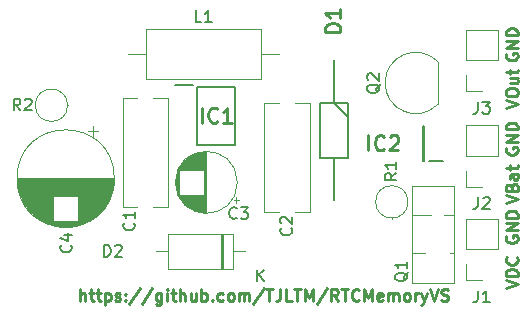
<source format=gbr>
%TF.GenerationSoftware,KiCad,Pcbnew,(6.0.0)*%
%TF.CreationDate,2022-02-20T12:24:34-08:00*%
%TF.ProjectId,RTCMemoryVoltageSourceAndBattery,5254434d-656d-46f7-9279-566f6c746167,rev?*%
%TF.SameCoordinates,Original*%
%TF.FileFunction,Legend,Top*%
%TF.FilePolarity,Positive*%
%FSLAX46Y46*%
G04 Gerber Fmt 4.6, Leading zero omitted, Abs format (unit mm)*
G04 Created by KiCad (PCBNEW (6.0.0)) date 2022-02-20 12:24:34*
%MOMM*%
%LPD*%
G01*
G04 APERTURE LIST*
%ADD10C,0.254000*%
%ADD11C,0.150000*%
%ADD12C,0.120000*%
%ADD13C,0.200000*%
G04 APERTURE END LIST*
D10*
X107699335Y-100950822D02*
X107699335Y-99934822D01*
X108134764Y-100950822D02*
X108134764Y-100418631D01*
X108086383Y-100321869D01*
X107989621Y-100273488D01*
X107844478Y-100273488D01*
X107747716Y-100321869D01*
X107699335Y-100370250D01*
X108473431Y-100273488D02*
X108860478Y-100273488D01*
X108618573Y-99934822D02*
X108618573Y-100805679D01*
X108666954Y-100902441D01*
X108763716Y-100950822D01*
X108860478Y-100950822D01*
X109054002Y-100273488D02*
X109441050Y-100273488D01*
X109199145Y-99934822D02*
X109199145Y-100805679D01*
X109247526Y-100902441D01*
X109344288Y-100950822D01*
X109441050Y-100950822D01*
X109779716Y-100273488D02*
X109779716Y-101289488D01*
X109779716Y-100321869D02*
X109876478Y-100273488D01*
X110070002Y-100273488D01*
X110166764Y-100321869D01*
X110215145Y-100370250D01*
X110263526Y-100467012D01*
X110263526Y-100757298D01*
X110215145Y-100854060D01*
X110166764Y-100902441D01*
X110070002Y-100950822D01*
X109876478Y-100950822D01*
X109779716Y-100902441D01*
X110650573Y-100902441D02*
X110747335Y-100950822D01*
X110940859Y-100950822D01*
X111037621Y-100902441D01*
X111086002Y-100805679D01*
X111086002Y-100757298D01*
X111037621Y-100660536D01*
X110940859Y-100612155D01*
X110795716Y-100612155D01*
X110698954Y-100563774D01*
X110650573Y-100467012D01*
X110650573Y-100418631D01*
X110698954Y-100321869D01*
X110795716Y-100273488D01*
X110940859Y-100273488D01*
X111037621Y-100321869D01*
X111521431Y-100854060D02*
X111569812Y-100902441D01*
X111521431Y-100950822D01*
X111473050Y-100902441D01*
X111521431Y-100854060D01*
X111521431Y-100950822D01*
X111521431Y-100321869D02*
X111569812Y-100370250D01*
X111521431Y-100418631D01*
X111473050Y-100370250D01*
X111521431Y-100321869D01*
X111521431Y-100418631D01*
X112730954Y-99886441D02*
X111860097Y-101192726D01*
X113795335Y-99886441D02*
X112924478Y-101192726D01*
X114569431Y-100273488D02*
X114569431Y-101095964D01*
X114521050Y-101192726D01*
X114472669Y-101241107D01*
X114375907Y-101289488D01*
X114230764Y-101289488D01*
X114134002Y-101241107D01*
X114569431Y-100902441D02*
X114472669Y-100950822D01*
X114279145Y-100950822D01*
X114182383Y-100902441D01*
X114134002Y-100854060D01*
X114085621Y-100757298D01*
X114085621Y-100467012D01*
X114134002Y-100370250D01*
X114182383Y-100321869D01*
X114279145Y-100273488D01*
X114472669Y-100273488D01*
X114569431Y-100321869D01*
X115053240Y-100950822D02*
X115053240Y-100273488D01*
X115053240Y-99934822D02*
X115004859Y-99983203D01*
X115053240Y-100031583D01*
X115101621Y-99983203D01*
X115053240Y-99934822D01*
X115053240Y-100031583D01*
X115391907Y-100273488D02*
X115778954Y-100273488D01*
X115537050Y-99934822D02*
X115537050Y-100805679D01*
X115585431Y-100902441D01*
X115682192Y-100950822D01*
X115778954Y-100950822D01*
X116117621Y-100950822D02*
X116117621Y-99934822D01*
X116553050Y-100950822D02*
X116553050Y-100418631D01*
X116504669Y-100321869D01*
X116407907Y-100273488D01*
X116262764Y-100273488D01*
X116166002Y-100321869D01*
X116117621Y-100370250D01*
X117472288Y-100273488D02*
X117472288Y-100950822D01*
X117036859Y-100273488D02*
X117036859Y-100805679D01*
X117085240Y-100902441D01*
X117182002Y-100950822D01*
X117327145Y-100950822D01*
X117423907Y-100902441D01*
X117472288Y-100854060D01*
X117956097Y-100950822D02*
X117956097Y-99934822D01*
X117956097Y-100321869D02*
X118052859Y-100273488D01*
X118246383Y-100273488D01*
X118343145Y-100321869D01*
X118391526Y-100370250D01*
X118439907Y-100467012D01*
X118439907Y-100757298D01*
X118391526Y-100854060D01*
X118343145Y-100902441D01*
X118246383Y-100950822D01*
X118052859Y-100950822D01*
X117956097Y-100902441D01*
X118875335Y-100854060D02*
X118923716Y-100902441D01*
X118875335Y-100950822D01*
X118826954Y-100902441D01*
X118875335Y-100854060D01*
X118875335Y-100950822D01*
X119794573Y-100902441D02*
X119697812Y-100950822D01*
X119504288Y-100950822D01*
X119407526Y-100902441D01*
X119359145Y-100854060D01*
X119310764Y-100757298D01*
X119310764Y-100467012D01*
X119359145Y-100370250D01*
X119407526Y-100321869D01*
X119504288Y-100273488D01*
X119697812Y-100273488D01*
X119794573Y-100321869D01*
X120375145Y-100950822D02*
X120278383Y-100902441D01*
X120230002Y-100854060D01*
X120181621Y-100757298D01*
X120181621Y-100467012D01*
X120230002Y-100370250D01*
X120278383Y-100321869D01*
X120375145Y-100273488D01*
X120520288Y-100273488D01*
X120617050Y-100321869D01*
X120665431Y-100370250D01*
X120713812Y-100467012D01*
X120713812Y-100757298D01*
X120665431Y-100854060D01*
X120617050Y-100902441D01*
X120520288Y-100950822D01*
X120375145Y-100950822D01*
X121149240Y-100950822D02*
X121149240Y-100273488D01*
X121149240Y-100370250D02*
X121197621Y-100321869D01*
X121294383Y-100273488D01*
X121439526Y-100273488D01*
X121536288Y-100321869D01*
X121584669Y-100418631D01*
X121584669Y-100950822D01*
X121584669Y-100418631D02*
X121633050Y-100321869D01*
X121729812Y-100273488D01*
X121874954Y-100273488D01*
X121971716Y-100321869D01*
X122020097Y-100418631D01*
X122020097Y-100950822D01*
X123229621Y-99886441D02*
X122358764Y-101192726D01*
X123423145Y-99934822D02*
X124003716Y-99934822D01*
X123713431Y-100950822D02*
X123713431Y-99934822D01*
X124632669Y-99934822D02*
X124632669Y-100660536D01*
X124584288Y-100805679D01*
X124487526Y-100902441D01*
X124342383Y-100950822D01*
X124245621Y-100950822D01*
X125600288Y-100950822D02*
X125116478Y-100950822D01*
X125116478Y-99934822D01*
X125793812Y-99934822D02*
X126374383Y-99934822D01*
X126084097Y-100950822D02*
X126084097Y-99934822D01*
X126713050Y-100950822D02*
X126713050Y-99934822D01*
X127051716Y-100660536D01*
X127390383Y-99934822D01*
X127390383Y-100950822D01*
X128599907Y-99886441D02*
X127729050Y-101192726D01*
X129519145Y-100950822D02*
X129180478Y-100467012D01*
X128938573Y-100950822D02*
X128938573Y-99934822D01*
X129325621Y-99934822D01*
X129422383Y-99983203D01*
X129470764Y-100031583D01*
X129519145Y-100128345D01*
X129519145Y-100273488D01*
X129470764Y-100370250D01*
X129422383Y-100418631D01*
X129325621Y-100467012D01*
X128938573Y-100467012D01*
X129809431Y-99934822D02*
X130390002Y-99934822D01*
X130099716Y-100950822D02*
X130099716Y-99934822D01*
X131309240Y-100854060D02*
X131260859Y-100902441D01*
X131115716Y-100950822D01*
X131018954Y-100950822D01*
X130873812Y-100902441D01*
X130777050Y-100805679D01*
X130728669Y-100708917D01*
X130680288Y-100515393D01*
X130680288Y-100370250D01*
X130728669Y-100176726D01*
X130777050Y-100079964D01*
X130873812Y-99983203D01*
X131018954Y-99934822D01*
X131115716Y-99934822D01*
X131260859Y-99983203D01*
X131309240Y-100031583D01*
X131744669Y-100950822D02*
X131744669Y-99934822D01*
X132083335Y-100660536D01*
X132422002Y-99934822D01*
X132422002Y-100950822D01*
X133292859Y-100902441D02*
X133196097Y-100950822D01*
X133002573Y-100950822D01*
X132905812Y-100902441D01*
X132857431Y-100805679D01*
X132857431Y-100418631D01*
X132905812Y-100321869D01*
X133002573Y-100273488D01*
X133196097Y-100273488D01*
X133292859Y-100321869D01*
X133341240Y-100418631D01*
X133341240Y-100515393D01*
X132857431Y-100612155D01*
X133776669Y-100950822D02*
X133776669Y-100273488D01*
X133776669Y-100370250D02*
X133825050Y-100321869D01*
X133921812Y-100273488D01*
X134066954Y-100273488D01*
X134163716Y-100321869D01*
X134212097Y-100418631D01*
X134212097Y-100950822D01*
X134212097Y-100418631D02*
X134260478Y-100321869D01*
X134357240Y-100273488D01*
X134502383Y-100273488D01*
X134599145Y-100321869D01*
X134647526Y-100418631D01*
X134647526Y-100950822D01*
X135276478Y-100950822D02*
X135179716Y-100902441D01*
X135131335Y-100854060D01*
X135082954Y-100757298D01*
X135082954Y-100467012D01*
X135131335Y-100370250D01*
X135179716Y-100321869D01*
X135276478Y-100273488D01*
X135421621Y-100273488D01*
X135518383Y-100321869D01*
X135566764Y-100370250D01*
X135615145Y-100467012D01*
X135615145Y-100757298D01*
X135566764Y-100854060D01*
X135518383Y-100902441D01*
X135421621Y-100950822D01*
X135276478Y-100950822D01*
X136050573Y-100950822D02*
X136050573Y-100273488D01*
X136050573Y-100467012D02*
X136098954Y-100370250D01*
X136147335Y-100321869D01*
X136244097Y-100273488D01*
X136340859Y-100273488D01*
X136582764Y-100273488D02*
X136824669Y-100950822D01*
X137066573Y-100273488D02*
X136824669Y-100950822D01*
X136727907Y-101192726D01*
X136679526Y-101241107D01*
X136582764Y-101289488D01*
X137308478Y-99934822D02*
X137647145Y-100950822D01*
X137985812Y-99934822D01*
X138276097Y-100902441D02*
X138421240Y-100950822D01*
X138663145Y-100950822D01*
X138759907Y-100902441D01*
X138808288Y-100854060D01*
X138856669Y-100757298D01*
X138856669Y-100660536D01*
X138808288Y-100563774D01*
X138759907Y-100515393D01*
X138663145Y-100467012D01*
X138469621Y-100418631D01*
X138372859Y-100370250D01*
X138324478Y-100321869D01*
X138276097Y-100225107D01*
X138276097Y-100128345D01*
X138324478Y-100031583D01*
X138372859Y-99983203D01*
X138469621Y-99934822D01*
X138711526Y-99934822D01*
X138856669Y-99983203D01*
X143734125Y-99847276D02*
X144750125Y-99508610D01*
X143734125Y-99169943D01*
X144750125Y-98831276D02*
X143734125Y-98831276D01*
X143734125Y-98589371D01*
X143782506Y-98444229D01*
X143879267Y-98347467D01*
X143976029Y-98299086D01*
X144169553Y-98250705D01*
X144314696Y-98250705D01*
X144508220Y-98299086D01*
X144604982Y-98347467D01*
X144701744Y-98444229D01*
X144750125Y-98589371D01*
X144750125Y-98831276D01*
X144653363Y-97234705D02*
X144701744Y-97283086D01*
X144750125Y-97428229D01*
X144750125Y-97524990D01*
X144701744Y-97670133D01*
X144604982Y-97766895D01*
X144508220Y-97815276D01*
X144314696Y-97863657D01*
X144169553Y-97863657D01*
X143976029Y-97815276D01*
X143879267Y-97766895D01*
X143782506Y-97670133D01*
X143734125Y-97524990D01*
X143734125Y-97428229D01*
X143782506Y-97283086D01*
X143830886Y-97234705D01*
X143734125Y-92660633D02*
X144750125Y-92321966D01*
X143734125Y-91983300D01*
X144217934Y-91305966D02*
X144266315Y-91160823D01*
X144314696Y-91112442D01*
X144411458Y-91064062D01*
X144556601Y-91064062D01*
X144653363Y-91112442D01*
X144701744Y-91160823D01*
X144750125Y-91257585D01*
X144750125Y-91644633D01*
X143734125Y-91644633D01*
X143734125Y-91305966D01*
X143782506Y-91209204D01*
X143830886Y-91160823D01*
X143927648Y-91112442D01*
X144024410Y-91112442D01*
X144121172Y-91160823D01*
X144169553Y-91209204D01*
X144217934Y-91305966D01*
X144217934Y-91644633D01*
X144750125Y-90193204D02*
X144217934Y-90193204D01*
X144121172Y-90241585D01*
X144072791Y-90338347D01*
X144072791Y-90531871D01*
X144121172Y-90628633D01*
X144701744Y-90193204D02*
X144750125Y-90289966D01*
X144750125Y-90531871D01*
X144701744Y-90628633D01*
X144604982Y-90677014D01*
X144508220Y-90677014D01*
X144411458Y-90628633D01*
X144363077Y-90531871D01*
X144363077Y-90289966D01*
X144314696Y-90193204D01*
X144072791Y-89854538D02*
X144072791Y-89467490D01*
X143734125Y-89709395D02*
X144604982Y-89709395D01*
X144701744Y-89661014D01*
X144750125Y-89564252D01*
X144750125Y-89467490D01*
X143782506Y-87966999D02*
X143734125Y-88063761D01*
X143734125Y-88208904D01*
X143782506Y-88354046D01*
X143879267Y-88450808D01*
X143976029Y-88499189D01*
X144169553Y-88547570D01*
X144314696Y-88547570D01*
X144508220Y-88499189D01*
X144604982Y-88450808D01*
X144701744Y-88354046D01*
X144750125Y-88208904D01*
X144750125Y-88112142D01*
X144701744Y-87966999D01*
X144653363Y-87918618D01*
X144314696Y-87918618D01*
X144314696Y-88112142D01*
X144750125Y-87483189D02*
X143734125Y-87483189D01*
X144750125Y-86902618D01*
X143734125Y-86902618D01*
X144750125Y-86418808D02*
X143734125Y-86418808D01*
X143734125Y-86176904D01*
X143782506Y-86031761D01*
X143879267Y-85934999D01*
X143976029Y-85886618D01*
X144169553Y-85838237D01*
X144314696Y-85838237D01*
X144508220Y-85886618D01*
X144604982Y-85934999D01*
X144701744Y-86031761D01*
X144750125Y-86176904D01*
X144750125Y-86418808D01*
X143782506Y-95446491D02*
X143734125Y-95543253D01*
X143734125Y-95688396D01*
X143782506Y-95833538D01*
X143879267Y-95930300D01*
X143976029Y-95978681D01*
X144169553Y-96027062D01*
X144314696Y-96027062D01*
X144508220Y-95978681D01*
X144604982Y-95930300D01*
X144701744Y-95833538D01*
X144750125Y-95688396D01*
X144750125Y-95591634D01*
X144701744Y-95446491D01*
X144653363Y-95398110D01*
X144314696Y-95398110D01*
X144314696Y-95591634D01*
X144750125Y-94962681D02*
X143734125Y-94962681D01*
X144750125Y-94382110D01*
X143734125Y-94382110D01*
X144750125Y-93898300D02*
X143734125Y-93898300D01*
X143734125Y-93656396D01*
X143782506Y-93511253D01*
X143879267Y-93414491D01*
X143976029Y-93366110D01*
X144169553Y-93317729D01*
X144314696Y-93317729D01*
X144508220Y-93366110D01*
X144604982Y-93414491D01*
X144701744Y-93511253D01*
X144750125Y-93656396D01*
X144750125Y-93898300D01*
X143782506Y-80005303D02*
X143734125Y-80102065D01*
X143734125Y-80247208D01*
X143782506Y-80392350D01*
X143879267Y-80489112D01*
X143976029Y-80537493D01*
X144169553Y-80585874D01*
X144314696Y-80585874D01*
X144508220Y-80537493D01*
X144604982Y-80489112D01*
X144701744Y-80392350D01*
X144750125Y-80247208D01*
X144750125Y-80150446D01*
X144701744Y-80005303D01*
X144653363Y-79956922D01*
X144314696Y-79956922D01*
X144314696Y-80150446D01*
X144750125Y-79521493D02*
X143734125Y-79521493D01*
X144750125Y-78940922D01*
X143734125Y-78940922D01*
X144750125Y-78457112D02*
X143734125Y-78457112D01*
X143734125Y-78215208D01*
X143782506Y-78070065D01*
X143879267Y-77973303D01*
X143976029Y-77924922D01*
X144169553Y-77876541D01*
X144314696Y-77876541D01*
X144508220Y-77924922D01*
X144604982Y-77973303D01*
X144701744Y-78070065D01*
X144750125Y-78215208D01*
X144750125Y-78457112D01*
X143734125Y-84594605D02*
X144750125Y-84255939D01*
X143734125Y-83917272D01*
X143734125Y-83385082D02*
X143734125Y-83191558D01*
X143782506Y-83094796D01*
X143879267Y-82998034D01*
X144072791Y-82949653D01*
X144411458Y-82949653D01*
X144604982Y-82998034D01*
X144701744Y-83094796D01*
X144750125Y-83191558D01*
X144750125Y-83385082D01*
X144701744Y-83481844D01*
X144604982Y-83578605D01*
X144411458Y-83626986D01*
X144072791Y-83626986D01*
X143879267Y-83578605D01*
X143782506Y-83481844D01*
X143734125Y-83385082D01*
X144072791Y-82078796D02*
X144750125Y-82078796D01*
X144072791Y-82514224D02*
X144604982Y-82514224D01*
X144701744Y-82465844D01*
X144750125Y-82369082D01*
X144750125Y-82223939D01*
X144701744Y-82127177D01*
X144653363Y-82078796D01*
X144072791Y-81740129D02*
X144072791Y-81353082D01*
X143734125Y-81594986D02*
X144604982Y-81594986D01*
X144701744Y-81546605D01*
X144750125Y-81449844D01*
X144750125Y-81353082D01*
D11*
%TO.C,J3*%
X141373066Y-84076880D02*
X141373066Y-84791166D01*
X141325447Y-84934023D01*
X141230209Y-85029261D01*
X141087352Y-85076880D01*
X140992114Y-85076880D01*
X141754019Y-84076880D02*
X142373066Y-84076880D01*
X142039733Y-84457833D01*
X142182590Y-84457833D01*
X142277828Y-84505452D01*
X142325447Y-84553071D01*
X142373066Y-84648309D01*
X142373066Y-84886404D01*
X142325447Y-84981642D01*
X142277828Y-85029261D01*
X142182590Y-85076880D01*
X141896876Y-85076880D01*
X141801638Y-85029261D01*
X141754019Y-84981642D01*
D10*
%TO.C,IC2*%
X132092233Y-88194759D02*
X132092233Y-86924759D01*
X133422709Y-88073807D02*
X133362233Y-88134283D01*
X133180804Y-88194759D01*
X133059852Y-88194759D01*
X132878423Y-88134283D01*
X132757471Y-88013331D01*
X132696995Y-87892378D01*
X132636518Y-87650474D01*
X132636518Y-87469045D01*
X132696995Y-87227140D01*
X132757471Y-87106188D01*
X132878423Y-86985236D01*
X133059852Y-86924759D01*
X133180804Y-86924759D01*
X133362233Y-86985236D01*
X133422709Y-87045712D01*
X133906518Y-87045712D02*
X133966995Y-86985236D01*
X134087947Y-86924759D01*
X134390328Y-86924759D01*
X134511280Y-86985236D01*
X134571756Y-87045712D01*
X134632233Y-87166664D01*
X134632233Y-87287616D01*
X134571756Y-87469045D01*
X133846042Y-88194759D01*
X134632233Y-88194759D01*
D11*
%TO.C,J1*%
X141373066Y-100071180D02*
X141373066Y-100785466D01*
X141325447Y-100928323D01*
X141230209Y-101023561D01*
X141087352Y-101071180D01*
X140992114Y-101071180D01*
X142373066Y-101071180D02*
X141801638Y-101071180D01*
X142087352Y-101071180D02*
X142087352Y-100071180D01*
X141992114Y-100214038D01*
X141896876Y-100309276D01*
X141801638Y-100356895D01*
%TO.C,Q2*%
X133091819Y-82585338D02*
X133044200Y-82680576D01*
X132948961Y-82775814D01*
X132806104Y-82918671D01*
X132758485Y-83013909D01*
X132758485Y-83109147D01*
X132996580Y-83061528D02*
X132948961Y-83156766D01*
X132853723Y-83252004D01*
X132663247Y-83299623D01*
X132329914Y-83299623D01*
X132139438Y-83252004D01*
X132044200Y-83156766D01*
X131996580Y-83061528D01*
X131996580Y-82871052D01*
X132044200Y-82775814D01*
X132139438Y-82680576D01*
X132329914Y-82632957D01*
X132663247Y-82632957D01*
X132853723Y-82680576D01*
X132948961Y-82775814D01*
X132996580Y-82871052D01*
X132996580Y-83061528D01*
X132091819Y-82252004D02*
X132044200Y-82204385D01*
X131996580Y-82109147D01*
X131996580Y-81871052D01*
X132044200Y-81775814D01*
X132091819Y-81728195D01*
X132187057Y-81680576D01*
X132282295Y-81680576D01*
X132425152Y-81728195D01*
X132996580Y-82299623D01*
X132996580Y-81680576D01*
%TO.C,D2*%
X109698715Y-97187080D02*
X109698715Y-96187080D01*
X109936811Y-96187080D01*
X110079668Y-96234700D01*
X110174906Y-96329938D01*
X110222525Y-96425176D01*
X110270144Y-96615652D01*
X110270144Y-96758509D01*
X110222525Y-96948985D01*
X110174906Y-97044223D01*
X110079668Y-97139461D01*
X109936811Y-97187080D01*
X109698715Y-97187080D01*
X110651096Y-96282319D02*
X110698715Y-96234700D01*
X110793953Y-96187080D01*
X111032049Y-96187080D01*
X111127287Y-96234700D01*
X111174906Y-96282319D01*
X111222525Y-96377557D01*
X111222525Y-96472795D01*
X111174906Y-96615652D01*
X110603477Y-97187080D01*
X111222525Y-97187080D01*
X122699995Y-99287080D02*
X122699995Y-98287080D01*
X123271423Y-99287080D02*
X122842852Y-98715652D01*
X123271423Y-98287080D02*
X122699995Y-98858509D01*
%TO.C,Q1*%
X135429966Y-98526270D02*
X135382347Y-98621508D01*
X135287108Y-98716746D01*
X135144251Y-98859603D01*
X135096632Y-98954841D01*
X135096632Y-99050079D01*
X135334727Y-99002460D02*
X135287108Y-99097698D01*
X135191870Y-99192936D01*
X135001394Y-99240555D01*
X134668061Y-99240555D01*
X134477585Y-99192936D01*
X134382347Y-99097698D01*
X134334727Y-99002460D01*
X134334727Y-98811984D01*
X134382347Y-98716746D01*
X134477585Y-98621508D01*
X134668061Y-98573889D01*
X135001394Y-98573889D01*
X135191870Y-98621508D01*
X135287108Y-98716746D01*
X135334727Y-98811984D01*
X135334727Y-99002460D01*
X135334727Y-97621508D02*
X135334727Y-98192936D01*
X135334727Y-97907222D02*
X134334727Y-97907222D01*
X134477585Y-98002460D01*
X134572823Y-98097698D01*
X134620442Y-98192936D01*
%TO.C,C4*%
X106894348Y-96211808D02*
X106941967Y-96259427D01*
X106989586Y-96402284D01*
X106989586Y-96497522D01*
X106941967Y-96640380D01*
X106846729Y-96735618D01*
X106751491Y-96783237D01*
X106561015Y-96830856D01*
X106418158Y-96830856D01*
X106227682Y-96783237D01*
X106132444Y-96735618D01*
X106037206Y-96640380D01*
X105989586Y-96497522D01*
X105989586Y-96402284D01*
X106037206Y-96259427D01*
X106084825Y-96211808D01*
X106322920Y-95354665D02*
X106989586Y-95354665D01*
X105941967Y-95592761D02*
X106656253Y-95830856D01*
X106656253Y-95211808D01*
D10*
%TO.C,IC1*%
X117978338Y-85842723D02*
X117978338Y-84572723D01*
X119308814Y-85721771D02*
X119248338Y-85782247D01*
X119066909Y-85842723D01*
X118945957Y-85842723D01*
X118764528Y-85782247D01*
X118643576Y-85661295D01*
X118583100Y-85540342D01*
X118522623Y-85298438D01*
X118522623Y-85117009D01*
X118583100Y-84875104D01*
X118643576Y-84754152D01*
X118764528Y-84633200D01*
X118945957Y-84572723D01*
X119066909Y-84572723D01*
X119248338Y-84633200D01*
X119308814Y-84693676D01*
X120518338Y-85842723D02*
X119792623Y-85842723D01*
X120155480Y-85842723D02*
X120155480Y-84572723D01*
X120034528Y-84754152D01*
X119913576Y-84875104D01*
X119792623Y-84935580D01*
D11*
%TO.C,R1*%
X134468545Y-90115852D02*
X133992355Y-90449186D01*
X134468545Y-90687281D02*
X133468545Y-90687281D01*
X133468545Y-90306328D01*
X133516165Y-90211090D01*
X133563784Y-90163471D01*
X133659022Y-90115852D01*
X133801879Y-90115852D01*
X133897117Y-90163471D01*
X133944736Y-90211090D01*
X133992355Y-90306328D01*
X133992355Y-90687281D01*
X134468545Y-89163471D02*
X134468545Y-89734900D01*
X134468545Y-89449186D02*
X133468545Y-89449186D01*
X133611403Y-89544424D01*
X133706641Y-89639662D01*
X133754260Y-89734900D01*
%TO.C,R2*%
X102623666Y-84817123D02*
X102290333Y-84340933D01*
X102052237Y-84817123D02*
X102052237Y-83817123D01*
X102433190Y-83817123D01*
X102528428Y-83864743D01*
X102576047Y-83912362D01*
X102623666Y-84007600D01*
X102623666Y-84150457D01*
X102576047Y-84245695D01*
X102528428Y-84293314D01*
X102433190Y-84340933D01*
X102052237Y-84340933D01*
X103004618Y-83912362D02*
X103052237Y-83864743D01*
X103147475Y-83817123D01*
X103385571Y-83817123D01*
X103480809Y-83864743D01*
X103528428Y-83912362D01*
X103576047Y-84007600D01*
X103576047Y-84102838D01*
X103528428Y-84245695D01*
X102956999Y-84817123D01*
X103576047Y-84817123D01*
%TO.C,C3*%
X120941503Y-93901100D02*
X120893884Y-93948719D01*
X120751027Y-93996338D01*
X120655789Y-93996338D01*
X120512931Y-93948719D01*
X120417693Y-93853481D01*
X120370074Y-93758243D01*
X120322455Y-93567767D01*
X120322455Y-93424910D01*
X120370074Y-93234434D01*
X120417693Y-93139196D01*
X120512931Y-93043958D01*
X120655789Y-92996338D01*
X120751027Y-92996338D01*
X120893884Y-93043958D01*
X120941503Y-93091577D01*
X121274836Y-92996338D02*
X121893884Y-92996338D01*
X121560550Y-93377291D01*
X121703408Y-93377291D01*
X121798646Y-93424910D01*
X121846265Y-93472529D01*
X121893884Y-93567767D01*
X121893884Y-93805862D01*
X121846265Y-93901100D01*
X121798646Y-93948719D01*
X121703408Y-93996338D01*
X121417693Y-93996338D01*
X121322455Y-93948719D01*
X121274836Y-93901100D01*
%TO.C,J2*%
X141373066Y-92153480D02*
X141373066Y-92867766D01*
X141325447Y-93010623D01*
X141230209Y-93105861D01*
X141087352Y-93153480D01*
X140992114Y-93153480D01*
X141801638Y-92248719D02*
X141849257Y-92201100D01*
X141944495Y-92153480D01*
X142182590Y-92153480D01*
X142277828Y-92201100D01*
X142325447Y-92248719D01*
X142373066Y-92343957D01*
X142373066Y-92439195D01*
X142325447Y-92582052D01*
X141754019Y-93153480D01*
X142373066Y-93153480D01*
%TO.C,L1*%
X117961633Y-77335262D02*
X117485442Y-77335262D01*
X117485442Y-76335262D01*
X118818776Y-77335262D02*
X118247347Y-77335262D01*
X118533061Y-77335262D02*
X118533061Y-76335262D01*
X118437823Y-76478120D01*
X118342585Y-76573358D01*
X118247347Y-76620977D01*
D10*
%TO.C,D1*%
X129718653Y-78161279D02*
X128448653Y-78161279D01*
X128448653Y-77858899D01*
X128509130Y-77677470D01*
X128630082Y-77556518D01*
X128751034Y-77496041D01*
X128992939Y-77435565D01*
X129174368Y-77435565D01*
X129416272Y-77496041D01*
X129537225Y-77556518D01*
X129658177Y-77677470D01*
X129718653Y-77858899D01*
X129718653Y-78161279D01*
X129718653Y-76226041D02*
X129718653Y-76951756D01*
X129718653Y-76588899D02*
X128448653Y-76588899D01*
X128630082Y-76709851D01*
X128751034Y-76830803D01*
X128811510Y-76951756D01*
D11*
%TO.C,C2*%
X125537294Y-94766380D02*
X125584913Y-94813999D01*
X125632532Y-94956856D01*
X125632532Y-95052094D01*
X125584913Y-95194952D01*
X125489675Y-95290190D01*
X125394437Y-95337809D01*
X125203961Y-95385428D01*
X125061104Y-95385428D01*
X124870628Y-95337809D01*
X124775390Y-95290190D01*
X124680152Y-95194952D01*
X124632532Y-95052094D01*
X124632532Y-94956856D01*
X124680152Y-94813999D01*
X124727771Y-94766380D01*
X124727771Y-94385428D02*
X124680152Y-94337809D01*
X124632532Y-94242571D01*
X124632532Y-94004475D01*
X124680152Y-93909237D01*
X124727771Y-93861618D01*
X124823009Y-93813999D01*
X124918247Y-93813999D01*
X125061104Y-93861618D01*
X125632532Y-94433047D01*
X125632532Y-93813999D01*
%TO.C,C1*%
X112224430Y-94343920D02*
X112272049Y-94391539D01*
X112319668Y-94534396D01*
X112319668Y-94629634D01*
X112272049Y-94772492D01*
X112176811Y-94867730D01*
X112081573Y-94915349D01*
X111891097Y-94962968D01*
X111748240Y-94962968D01*
X111557764Y-94915349D01*
X111462526Y-94867730D01*
X111367288Y-94772492D01*
X111319668Y-94629634D01*
X111319668Y-94534396D01*
X111367288Y-94391539D01*
X111414907Y-94343920D01*
X112319668Y-93391539D02*
X112319668Y-93962968D01*
X112319668Y-93677254D02*
X111319668Y-93677254D01*
X111462526Y-93772492D01*
X111557764Y-93867730D01*
X111605383Y-93962968D01*
D12*
%TO.C,J3*%
X140376400Y-83184500D02*
X140376400Y-81854500D01*
X140376400Y-80584500D02*
X140376400Y-77984500D01*
X143036400Y-80584500D02*
X143036400Y-77984500D01*
X141706400Y-83184500D02*
X140376400Y-83184500D01*
X143036400Y-80584500D02*
X140376400Y-80584500D01*
X143036400Y-77984500D02*
X140376400Y-77984500D01*
D13*
%TO.C,IC2*%
X136834100Y-86136600D02*
X136834100Y-89056600D01*
X136684100Y-86136600D02*
X136834100Y-86136600D01*
X136684100Y-89056600D02*
X136684100Y-86136600D01*
X138434100Y-89096600D02*
X137184100Y-89096600D01*
X136834100Y-89056600D02*
X136684100Y-89056600D01*
D12*
%TO.C,J1*%
X140376400Y-99178800D02*
X140376400Y-97848800D01*
X143036400Y-93978800D02*
X140376400Y-93978800D01*
X143036400Y-96578800D02*
X143036400Y-93978800D01*
X140376400Y-96578800D02*
X140376400Y-93978800D01*
X143036400Y-96578800D02*
X140376400Y-96578800D01*
X141706400Y-99178800D02*
X140376400Y-99178800D01*
%TO.C,Q2*%
X137954200Y-84290100D02*
X137954200Y-80690100D01*
X133504199Y-82490100D02*
G75*
G03*
X137942678Y-84328578I2600001J0D01*
G01*
X137942678Y-80651622D02*
G75*
G03*
X133504200Y-82490100I-1838478J-1838478D01*
G01*
%TO.C,D2*%
X119581900Y-98204700D02*
X119581900Y-95264700D01*
X115161900Y-95264700D02*
X115161900Y-98204700D01*
X121621900Y-96734700D02*
X120601900Y-96734700D01*
X114141900Y-96734700D02*
X115161900Y-96734700D01*
X119821900Y-98204700D02*
X119821900Y-95264700D01*
X119701900Y-98204700D02*
X119701900Y-95264700D01*
X120601900Y-98204700D02*
X120601900Y-95264700D01*
X120601900Y-95264700D02*
X115161900Y-95264700D01*
X115161900Y-98204700D02*
X120601900Y-98204700D01*
%TO.C,Q1*%
X135814200Y-93690900D02*
X137394200Y-93690900D01*
X135814200Y-91171900D02*
X139304200Y-91171900D01*
X135814200Y-99411900D02*
X135814200Y-91171900D01*
X138474200Y-93690900D02*
X139304200Y-93690900D01*
X138984200Y-96891900D02*
X139304200Y-96891900D01*
X135814200Y-99411900D02*
X139304200Y-99411900D01*
X135814200Y-96891900D02*
X136884200Y-96891900D01*
X139304200Y-99411900D02*
X139304200Y-91171900D01*
%TO.C,C4*%
X109775300Y-92977400D02*
X107506300Y-92977400D01*
X108971300Y-93817400D02*
X107506300Y-93817400D01*
X109070300Y-93737400D02*
X107506300Y-93737400D01*
X110343300Y-91857400D02*
X102589300Y-91857400D01*
X110152300Y-92337400D02*
X107506300Y-92337400D01*
X110188300Y-92257400D02*
X107506300Y-92257400D01*
X110546300Y-90576400D02*
X102386300Y-90576400D01*
X105426300Y-92657400D02*
X102949300Y-92657400D01*
X109910300Y-92777400D02*
X107506300Y-92777400D01*
X110527300Y-90976400D02*
X102405300Y-90976400D01*
X105426300Y-93777400D02*
X103910300Y-93777400D01*
X105426300Y-93337400D02*
X103447300Y-93337400D01*
X110072300Y-92497400D02*
X107506300Y-92497400D01*
X110540300Y-90816400D02*
X102392300Y-90816400D01*
X105426300Y-92297400D02*
X102762300Y-92297400D01*
X110518300Y-91056400D02*
X102414300Y-91056400D01*
X110113300Y-92417400D02*
X107506300Y-92417400D01*
X105426300Y-93097400D02*
X103246300Y-93097400D01*
X105426300Y-92737400D02*
X102997300Y-92737400D01*
X108279300Y-94257400D02*
X104653300Y-94257400D01*
X105426300Y-93697400D02*
X103815300Y-93697400D01*
X109959300Y-92697400D02*
X107506300Y-92697400D01*
X109207300Y-93617400D02*
X107506300Y-93617400D01*
X109884300Y-92817400D02*
X107506300Y-92817400D01*
X110545300Y-90696400D02*
X102387300Y-90696400D01*
X108781300Y-86166702D02*
X108781300Y-86966702D01*
X105426300Y-92697400D02*
X102973300Y-92697400D01*
X110423300Y-91577400D02*
X102509300Y-91577400D01*
X105426300Y-93737400D02*
X103862300Y-93737400D01*
X110543300Y-90736400D02*
X102389300Y-90736400D01*
X110316300Y-91937400D02*
X102616300Y-91937400D01*
X105426300Y-93217400D02*
X103342300Y-93217400D01*
X110355300Y-91817400D02*
X102577300Y-91817400D01*
X110503300Y-91176400D02*
X102429300Y-91176400D01*
X108920300Y-93857400D02*
X107506300Y-93857400D01*
X108694300Y-94017400D02*
X107506300Y-94017400D01*
X105426300Y-93857400D02*
X104012300Y-93857400D01*
X109746300Y-93017400D02*
X107506300Y-93017400D01*
X110240300Y-92137400D02*
X107506300Y-92137400D01*
X105426300Y-92417400D02*
X102819300Y-92417400D01*
X110442300Y-91497400D02*
X102490300Y-91497400D01*
X110271300Y-92057400D02*
X107506300Y-92057400D01*
X108111300Y-94337400D02*
X104821300Y-94337400D01*
X105426300Y-93577400D02*
X103682300Y-93577400D01*
X105426300Y-92457400D02*
X102839300Y-92457400D01*
X105426300Y-94097400D02*
X104364300Y-94097400D01*
X105426300Y-92897400D02*
X103101300Y-92897400D01*
X109485300Y-93337400D02*
X107506300Y-93337400D01*
X110413300Y-91617400D02*
X102519300Y-91617400D01*
X107414300Y-94577400D02*
X105518300Y-94577400D01*
X109521300Y-93297400D02*
X107506300Y-93297400D01*
X105426300Y-92857400D02*
X103074300Y-92857400D01*
X110490300Y-91256400D02*
X102442300Y-91256400D01*
X105426300Y-94017400D02*
X104238300Y-94017400D01*
X105426300Y-93817400D02*
X103961300Y-93817400D01*
X109716300Y-93057400D02*
X107506300Y-93057400D01*
X110483300Y-91297400D02*
X102449300Y-91297400D01*
X105426300Y-93257400D02*
X103376300Y-93257400D01*
X105426300Y-93417400D02*
X103521300Y-93417400D01*
X108568300Y-94097400D02*
X107506300Y-94097400D01*
X110287300Y-92017400D02*
X102645300Y-92017400D01*
X105426300Y-92137400D02*
X102692300Y-92137400D01*
X109556300Y-93257400D02*
X107506300Y-93257400D01*
X110368300Y-91777400D02*
X102564300Y-91777400D01*
X108197300Y-94297400D02*
X104735300Y-94297400D01*
X110496300Y-91216400D02*
X102436300Y-91216400D01*
X105426300Y-93457400D02*
X103559300Y-93457400D01*
X110514300Y-91096400D02*
X102418300Y-91096400D01*
X109181300Y-86566702D02*
X108381300Y-86566702D01*
X105426300Y-92097400D02*
X102676300Y-92097400D01*
X109022300Y-93777400D02*
X107506300Y-93777400D01*
X105426300Y-93937400D02*
X104121300Y-93937400D01*
X110093300Y-92457400D02*
X107506300Y-92457400D01*
X110433300Y-91537400D02*
X102499300Y-91537400D01*
X110028300Y-92577400D02*
X107506300Y-92577400D01*
X109333300Y-93497400D02*
X107506300Y-93497400D01*
X110380300Y-91737400D02*
X102552300Y-91737400D01*
X105426300Y-92537400D02*
X102882300Y-92537400D01*
X109858300Y-92857400D02*
X107506300Y-92857400D01*
X109163300Y-93657400D02*
X107506300Y-93657400D01*
X109449300Y-93377400D02*
X107506300Y-93377400D01*
X105426300Y-93897400D02*
X104066300Y-93897400D01*
X105426300Y-92257400D02*
X102744300Y-92257400D01*
X110170300Y-92297400D02*
X107506300Y-92297400D01*
X110546300Y-90616400D02*
X102386300Y-90616400D01*
X110523300Y-91016400D02*
X102409300Y-91016400D01*
X105426300Y-92377400D02*
X102800300Y-92377400D01*
X105426300Y-92777400D02*
X103022300Y-92777400D01*
X105426300Y-92177400D02*
X102709300Y-92177400D01*
X108811300Y-93937400D02*
X107506300Y-93937400D01*
X110223300Y-92177400D02*
X107506300Y-92177400D01*
X110329300Y-91897400D02*
X102603300Y-91897400D01*
X110460300Y-91417400D02*
X102472300Y-91417400D01*
X108356300Y-94217400D02*
X104576300Y-94217400D01*
X108866300Y-93897400D02*
X107506300Y-93897400D01*
X109686300Y-93097400D02*
X107506300Y-93097400D01*
X110468300Y-91377400D02*
X102464300Y-91377400D01*
X108632300Y-94057400D02*
X107506300Y-94057400D01*
X110508300Y-91136400D02*
X102424300Y-91136400D01*
X109292300Y-93537400D02*
X107506300Y-93537400D01*
X107812300Y-94457400D02*
X105120300Y-94457400D01*
X105426300Y-93057400D02*
X103216300Y-93057400D01*
X105426300Y-92937400D02*
X103128300Y-92937400D01*
X105426300Y-93497400D02*
X103599300Y-93497400D01*
X105426300Y-92497400D02*
X102860300Y-92497400D01*
X105426300Y-93537400D02*
X103640300Y-93537400D01*
X105426300Y-92977400D02*
X103157300Y-92977400D01*
X105426300Y-93297400D02*
X103411300Y-93297400D01*
X109655300Y-93137400D02*
X107506300Y-93137400D01*
X107564300Y-94537400D02*
X105368300Y-94537400D01*
X107234300Y-94617400D02*
X105698300Y-94617400D01*
X110006300Y-92617400D02*
X107506300Y-92617400D01*
X110256300Y-92097400D02*
X107506300Y-92097400D01*
X105426300Y-93177400D02*
X103310300Y-93177400D01*
X108500300Y-94137400D02*
X104432300Y-94137400D01*
X110050300Y-92537400D02*
X107506300Y-92537400D01*
X109622300Y-93177400D02*
X107506300Y-93177400D01*
X107695300Y-94497400D02*
X105237300Y-94497400D01*
X110476300Y-91337400D02*
X102456300Y-91337400D01*
X110542300Y-90776400D02*
X102390300Y-90776400D01*
X110206300Y-92217400D02*
X107506300Y-92217400D01*
X105426300Y-93377400D02*
X103483300Y-93377400D01*
X105426300Y-93977400D02*
X104179300Y-93977400D01*
X109590300Y-93217400D02*
X107506300Y-93217400D01*
X107919300Y-94417400D02*
X105013300Y-94417400D01*
X108430300Y-94177400D02*
X104502300Y-94177400D01*
X110546300Y-90656400D02*
X102386300Y-90656400D01*
X109935300Y-92737400D02*
X107506300Y-92737400D01*
X105426300Y-93657400D02*
X103769300Y-93657400D01*
X109250300Y-93577400D02*
X107506300Y-93577400D01*
X105426300Y-92337400D02*
X102780300Y-92337400D01*
X109411300Y-93417400D02*
X107506300Y-93417400D01*
X109831300Y-92897400D02*
X107506300Y-92897400D01*
X105426300Y-92817400D02*
X103048300Y-92817400D01*
X109804300Y-92937400D02*
X107506300Y-92937400D01*
X105426300Y-93017400D02*
X103186300Y-93017400D01*
X109373300Y-93457400D02*
X107506300Y-93457400D01*
X110537300Y-90856400D02*
X102395300Y-90856400D01*
X105426300Y-94057400D02*
X104300300Y-94057400D01*
X105426300Y-92217400D02*
X102726300Y-92217400D01*
X105426300Y-92617400D02*
X102926300Y-92617400D01*
X105426300Y-92577400D02*
X102904300Y-92577400D01*
X110534300Y-90896400D02*
X102398300Y-90896400D01*
X108018300Y-94377400D02*
X104914300Y-94377400D01*
X109983300Y-92657400D02*
X107506300Y-92657400D01*
X108753300Y-93977400D02*
X107506300Y-93977400D01*
X110301300Y-91977400D02*
X102631300Y-91977400D01*
X106999300Y-94657400D02*
X105933300Y-94657400D01*
X105426300Y-93137400D02*
X103277300Y-93137400D01*
X105426300Y-92057400D02*
X102661300Y-92057400D01*
X110391300Y-91697400D02*
X102541300Y-91697400D01*
X110402300Y-91657400D02*
X102530300Y-91657400D01*
X110451300Y-91457400D02*
X102481300Y-91457400D01*
X105426300Y-93617400D02*
X103725300Y-93617400D01*
X110531300Y-90936400D02*
X102401300Y-90936400D01*
X110132300Y-92377400D02*
X107506300Y-92377400D01*
X109117300Y-93697400D02*
X107506300Y-93697400D01*
X110586300Y-90576400D02*
G75*
G03*
X110586300Y-90576400I-4120000J0D01*
G01*
D13*
%TO.C,IC1*%
X117620100Y-82816200D02*
X120816100Y-82816200D01*
X120816100Y-82816200D02*
X120816100Y-87720200D01*
X120816100Y-87720200D02*
X117620100Y-87720200D01*
X115743100Y-82688200D02*
X117270100Y-82688200D01*
X117620100Y-87720200D02*
X117620100Y-82816200D01*
D12*
%TO.C,R1*%
X134075000Y-93922000D02*
X134075000Y-93992000D01*
X135445000Y-92552000D02*
G75*
G03*
X135445000Y-92552000I-1370000J0D01*
G01*
%TO.C,R2*%
X106629100Y-84380500D02*
X106699100Y-84380500D01*
X106629100Y-84380500D02*
G75*
G03*
X106629100Y-84380500I-1370000J0D01*
G01*
%TO.C,C3*%
X117971500Y-89860100D02*
X117971500Y-88350100D01*
X117691500Y-89860100D02*
X117691500Y-88409100D01*
X117450500Y-93314100D02*
X117450500Y-91940100D01*
X116570500Y-92764100D02*
X116570500Y-91940100D01*
X118051500Y-89860100D02*
X118051500Y-88339100D01*
X117090500Y-89860100D02*
X117090500Y-88653100D01*
X117771500Y-89860100D02*
X117771500Y-88389100D01*
X117731500Y-93401100D02*
X117731500Y-91940100D01*
X116730500Y-92904100D02*
X116730500Y-91940100D01*
X118131500Y-89860100D02*
X118131500Y-88331100D01*
X116610500Y-89860100D02*
X116610500Y-88999100D01*
X116170500Y-89860100D02*
X116170500Y-89517100D01*
X116450500Y-89860100D02*
X116450500Y-89157100D01*
X117370500Y-89860100D02*
X117370500Y-88518100D01*
X116810500Y-89860100D02*
X116810500Y-88835100D01*
X117210500Y-93210100D02*
X117210500Y-91940100D01*
X118091500Y-93465100D02*
X118091500Y-91940100D01*
X117650500Y-93380100D02*
X117650500Y-91940100D01*
X117771500Y-93411100D02*
X117771500Y-91940100D01*
X117931500Y-93443100D02*
X117931500Y-91940100D01*
X116010500Y-91998100D02*
X116010500Y-89802100D01*
X116130500Y-89860100D02*
X116130500Y-89581100D01*
X115930500Y-91815100D02*
X115930500Y-89985100D01*
X117530500Y-89860100D02*
X117530500Y-88458100D01*
X116210500Y-92343100D02*
X116210500Y-91940100D01*
X116290500Y-89860100D02*
X116290500Y-89346100D01*
X116690500Y-89860100D02*
X116690500Y-88929100D01*
X115970500Y-91911100D02*
X115970500Y-89889100D01*
X117731500Y-89860100D02*
X117731500Y-88399100D01*
X118131500Y-93469100D02*
X118131500Y-91940100D01*
X117851500Y-89860100D02*
X117851500Y-88372100D01*
X116570500Y-89860100D02*
X116570500Y-89036100D01*
X118291500Y-93479100D02*
X118291500Y-88321100D01*
X117530500Y-93342100D02*
X117530500Y-91940100D01*
X117250500Y-93229100D02*
X117250500Y-91940100D01*
X117490500Y-93328100D02*
X117490500Y-91940100D01*
X117290500Y-89860100D02*
X117290500Y-88552100D01*
X117250500Y-89860100D02*
X117250500Y-88571100D01*
X115770500Y-91184100D02*
X115770500Y-90616100D01*
X117410500Y-89860100D02*
X117410500Y-88502100D01*
X116450500Y-92643100D02*
X116450500Y-91940100D01*
X117130500Y-89860100D02*
X117130500Y-88632100D01*
X116850500Y-89860100D02*
X116850500Y-88805100D01*
X115850500Y-91577100D02*
X115850500Y-90223100D01*
X117410500Y-93298100D02*
X117410500Y-91940100D01*
X117490500Y-89860100D02*
X117490500Y-88472100D01*
X117891500Y-93436100D02*
X117891500Y-91940100D01*
X116610500Y-92801100D02*
X116610500Y-91940100D01*
X116050500Y-92078100D02*
X116050500Y-89722100D01*
X117971500Y-93450100D02*
X117971500Y-91940100D01*
X116970500Y-89860100D02*
X116970500Y-88725100D01*
X117610500Y-89860100D02*
X117610500Y-88432100D01*
X117210500Y-89860100D02*
X117210500Y-88590100D01*
X117010500Y-89860100D02*
X117010500Y-88700100D01*
X117330500Y-93265100D02*
X117330500Y-91940100D01*
X116250500Y-89860100D02*
X116250500Y-89400100D01*
X117450500Y-89860100D02*
X117450500Y-88486100D01*
X117170500Y-93190100D02*
X117170500Y-91940100D01*
X117570500Y-93355100D02*
X117570500Y-91940100D01*
X117050500Y-89860100D02*
X117050500Y-88676100D01*
X118171500Y-93473100D02*
X118171500Y-88327100D01*
X116930500Y-93049100D02*
X116930500Y-91940100D01*
X117010500Y-93100100D02*
X117010500Y-91940100D01*
X116410500Y-89860100D02*
X116410500Y-89201100D01*
X118091500Y-89860100D02*
X118091500Y-88335100D01*
X117050500Y-93124100D02*
X117050500Y-91940100D01*
X117330500Y-89860100D02*
X117330500Y-88535100D01*
X116530500Y-89860100D02*
X116530500Y-89074100D01*
X118211500Y-93476100D02*
X118211500Y-88324100D01*
X117811500Y-89860100D02*
X117811500Y-88380100D01*
X118011500Y-93456100D02*
X118011500Y-91940100D01*
X116490500Y-89860100D02*
X116490500Y-89115100D01*
X116290500Y-92454100D02*
X116290500Y-91940100D01*
X117570500Y-89860100D02*
X117570500Y-88445100D01*
X118331500Y-93480100D02*
X118331500Y-88320100D01*
X116330500Y-89860100D02*
X116330500Y-89295100D01*
X116970500Y-93075100D02*
X116970500Y-91940100D01*
X116650500Y-92837100D02*
X116650500Y-91940100D01*
X116530500Y-92726100D02*
X116530500Y-91940100D01*
X118251500Y-93478100D02*
X118251500Y-88322100D01*
X116730500Y-89860100D02*
X116730500Y-88896100D01*
X116170500Y-92283100D02*
X116170500Y-91940100D01*
X117370500Y-93282100D02*
X117370500Y-91940100D01*
X117851500Y-93428100D02*
X117851500Y-91940100D01*
X116770500Y-89860100D02*
X116770500Y-88865100D01*
X117931500Y-89860100D02*
X117931500Y-88357100D01*
X117290500Y-93248100D02*
X117290500Y-91940100D01*
X116250500Y-92400100D02*
X116250500Y-91940100D01*
X117891500Y-89860100D02*
X117891500Y-88364100D01*
X116330500Y-92505100D02*
X116330500Y-91940100D01*
X116810500Y-92965100D02*
X116810500Y-91940100D01*
X116650500Y-89860100D02*
X116650500Y-88963100D01*
X116090500Y-89860100D02*
X116090500Y-89649100D01*
X116850500Y-92995100D02*
X116850500Y-91940100D01*
X116090500Y-92151100D02*
X116090500Y-91940100D01*
X115890500Y-91705100D02*
X115890500Y-90095100D01*
X118011500Y-89860100D02*
X118011500Y-88344100D01*
X116490500Y-92685100D02*
X116490500Y-91940100D01*
X118051500Y-93461100D02*
X118051500Y-91940100D01*
X116410500Y-92599100D02*
X116410500Y-91940100D01*
X117691500Y-93391100D02*
X117691500Y-91940100D01*
X117610500Y-93368100D02*
X117610500Y-91940100D01*
X116890500Y-93022100D02*
X116890500Y-91940100D01*
X117130500Y-93168100D02*
X117130500Y-91940100D01*
X115810500Y-91418100D02*
X115810500Y-90382100D01*
X116130500Y-92219100D02*
X116130500Y-91940100D01*
X118371500Y-93480100D02*
X118371500Y-88320100D01*
X117811500Y-93420100D02*
X117811500Y-91940100D01*
X116370500Y-89860100D02*
X116370500Y-89247100D01*
X116930500Y-89860100D02*
X116930500Y-88751100D01*
X116210500Y-89860100D02*
X116210500Y-89457100D01*
X116690500Y-92871100D02*
X116690500Y-91940100D01*
X121176275Y-92375100D02*
X120676275Y-92375100D01*
X116770500Y-92935100D02*
X116770500Y-91940100D01*
X120926275Y-92625100D02*
X120926275Y-92125100D01*
X116370500Y-92553100D02*
X116370500Y-91940100D01*
X117650500Y-89860100D02*
X117650500Y-88420100D01*
X117170500Y-89860100D02*
X117170500Y-88610100D01*
X117090500Y-93147100D02*
X117090500Y-91940100D01*
X116890500Y-89860100D02*
X116890500Y-88778100D01*
X120991500Y-90900100D02*
G75*
G03*
X120991500Y-90900100I-2620000J0D01*
G01*
%TO.C,J2*%
X140376400Y-91261100D02*
X140376400Y-89931100D01*
X143036400Y-88661100D02*
X140376400Y-88661100D01*
X140376400Y-88661100D02*
X140376400Y-86061100D01*
X143036400Y-86061100D02*
X140376400Y-86061100D01*
X143036400Y-88661100D02*
X143036400Y-86061100D01*
X141706400Y-91261100D02*
X140376400Y-91261100D01*
%TO.C,L1*%
X124513300Y-80050000D02*
X123003300Y-80050000D01*
X111753300Y-80050000D02*
X113263300Y-80050000D01*
X123003300Y-82170000D02*
X123003300Y-77930000D01*
X113263300Y-77930000D02*
X113263300Y-82170000D01*
X113263300Y-82170000D02*
X123003300Y-82170000D01*
X123003300Y-77930000D02*
X113263300Y-77930000D01*
D13*
%TO.C,D1*%
X130378900Y-88807400D02*
X128002900Y-88807400D01*
X128002900Y-88807400D02*
X128002900Y-84171400D01*
X129190900Y-84171400D02*
X130378900Y-85359400D01*
X130378900Y-84171400D02*
X130378900Y-88807400D01*
X128002900Y-84171400D02*
X130378900Y-84171400D01*
X129190900Y-80577400D02*
X129190900Y-84171400D01*
X129190900Y-88807400D02*
X129190900Y-92401400D01*
D12*
%TO.C,C2*%
X127131500Y-84149000D02*
X125876500Y-84149000D01*
X124546500Y-84149000D02*
X123291500Y-84149000D01*
X127131500Y-84149000D02*
X127131500Y-93389000D01*
X127131500Y-93389000D02*
X125876500Y-93389000D01*
X123291500Y-84149000D02*
X123291500Y-93389000D01*
X124546500Y-93389000D02*
X123291500Y-93389000D01*
%TO.C,C1*%
X115124800Y-93003000D02*
X113869800Y-93003000D01*
X115124800Y-83763000D02*
X115124800Y-93003000D01*
X112539800Y-93003000D02*
X111284800Y-93003000D01*
X112539800Y-83763000D02*
X111284800Y-83763000D01*
X115124800Y-83763000D02*
X113869800Y-83763000D01*
X111284800Y-83763000D02*
X111284800Y-93003000D01*
%TD*%
M02*

</source>
